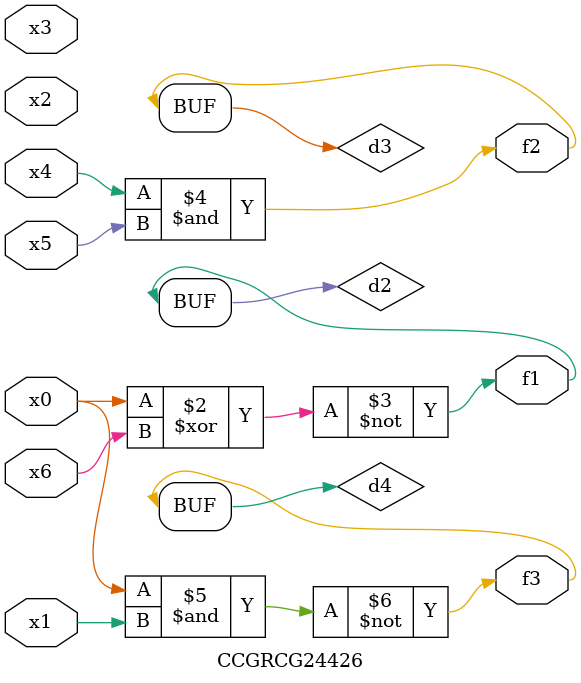
<source format=v>
module CCGRCG24426(
	input x0, x1, x2, x3, x4, x5, x6,
	output f1, f2, f3
);

	wire d1, d2, d3, d4;

	nor (d1, x0);
	xnor (d2, x0, x6);
	and (d3, x4, x5);
	nand (d4, x0, x1);
	assign f1 = d2;
	assign f2 = d3;
	assign f3 = d4;
endmodule

</source>
